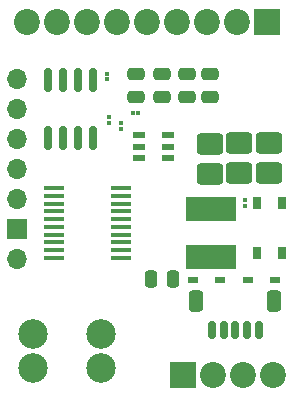
<source format=gbr>
%TF.GenerationSoftware,KiCad,Pcbnew,9.0.2*%
%TF.CreationDate,2025-11-22T11:56:31+01:00*%
%TF.ProjectId,KNeoPiX_v1.3,4b4e656f-5069-4585-9f76-312e332e6b69,1.3*%
%TF.SameCoordinates,Original*%
%TF.FileFunction,Soldermask,Top*%
%TF.FilePolarity,Negative*%
%FSLAX46Y46*%
G04 Gerber Fmt 4.6, Leading zero omitted, Abs format (unit mm)*
G04 Created by KiCad (PCBNEW 9.0.2) date 2025-11-22 11:56:31*
%MOMM*%
%LPD*%
G01*
G04 APERTURE LIST*
G04 Aperture macros list*
%AMRoundRect*
0 Rectangle with rounded corners*
0 $1 Rounding radius*
0 $2 $3 $4 $5 $6 $7 $8 $9 X,Y pos of 4 corners*
0 Add a 4 corners polygon primitive as box body*
4,1,4,$2,$3,$4,$5,$6,$7,$8,$9,$2,$3,0*
0 Add four circle primitives for the rounded corners*
1,1,$1+$1,$2,$3*
1,1,$1+$1,$4,$5*
1,1,$1+$1,$6,$7*
1,1,$1+$1,$8,$9*
0 Add four rect primitives between the rounded corners*
20,1,$1+$1,$2,$3,$4,$5,0*
20,1,$1+$1,$4,$5,$6,$7,0*
20,1,$1+$1,$6,$7,$8,$9,0*
20,1,$1+$1,$8,$9,$2,$3,0*%
G04 Aperture macros list end*
%ADD10RoundRect,0.075000X-0.125000X-0.075000X0.125000X-0.075000X0.125000X0.075000X-0.125000X0.075000X0*%
%ADD11RoundRect,0.075000X0.075000X-0.125000X0.075000X0.125000X-0.075000X0.125000X-0.075000X-0.125000X0*%
%ADD12RoundRect,0.075000X-0.075000X0.125000X-0.075000X-0.125000X0.075000X-0.125000X0.075000X0.125000X0*%
%ADD13RoundRect,0.150000X-0.150000X-0.625000X0.150000X-0.625000X0.150000X0.625000X-0.150000X0.625000X0*%
%ADD14RoundRect,0.250000X-0.350000X-0.650000X0.350000X-0.650000X0.350000X0.650000X-0.350000X0.650000X0*%
%ADD15R,0.830000X0.630000*%
%ADD16RoundRect,0.250000X0.475000X-0.250000X0.475000X0.250000X-0.475000X0.250000X-0.475000X-0.250000X0*%
%ADD17RoundRect,0.250000X-0.475000X0.250000X-0.475000X-0.250000X0.475000X-0.250000X0.475000X0.250000X0*%
%ADD18RoundRect,0.270000X-0.830000X0.630000X-0.830000X-0.630000X0.830000X-0.630000X0.830000X0.630000X0*%
%ADD19R,0.700000X1.050000*%
%ADD20O,1.740000X0.360000*%
%ADD21R,4.220000X2.120000*%
%ADD22C,1.875000*%
%ADD23R,2.200000X2.200000*%
%ADD24C,2.200000*%
%ADD25O,1.700000X1.700000*%
%ADD26R,1.700000X1.700000*%
%ADD27RoundRect,0.150000X0.150000X-0.825000X0.150000X0.825000X-0.150000X0.825000X-0.150000X-0.825000X0*%
%ADD28C,2.500000*%
%ADD29R,1.100000X0.550000*%
%ADD30RoundRect,0.250000X-0.250000X-0.475000X0.250000X-0.475000X0.250000X0.475000X-0.250000X0.475000X0*%
G04 APERTURE END LIST*
D10*
%TO.C,C1*%
X59440000Y-49420000D03*
X59940000Y-49420000D03*
%TD*%
D11*
%TO.C,C2*%
X58420000Y-50300000D03*
X58420000Y-50800000D03*
%TD*%
D12*
%TO.C,C3*%
X57404000Y-49792000D03*
X57404000Y-50292000D03*
%TD*%
D11*
%TO.C,C4*%
X57310000Y-46610000D03*
X57310000Y-46110000D03*
%TD*%
%TO.C,C5*%
X69000000Y-56810000D03*
X69000000Y-57310000D03*
%TD*%
D13*
%TO.C,J5*%
X66141400Y-67860000D03*
X67141400Y-67860000D03*
X68141400Y-67860000D03*
X69141400Y-67860000D03*
X70141400Y-67860000D03*
D14*
X64841400Y-65335000D03*
X71441400Y-65335000D03*
%TD*%
D15*
%TO.C,D1*%
X71470000Y-63590000D03*
X69190000Y-63590000D03*
%TD*%
%TO.C,D2*%
X64520000Y-63590000D03*
X66800000Y-63590000D03*
%TD*%
D16*
%TO.C,C10*%
X59740000Y-48060000D03*
X59740000Y-46160000D03*
%TD*%
D17*
%TO.C,C9*%
X61900000Y-46160000D03*
X61900000Y-48060000D03*
%TD*%
D16*
%TO.C,C6*%
X66010000Y-46160000D03*
X66010000Y-48060000D03*
%TD*%
D18*
%TO.C,U1*%
X70985800Y-54570014D03*
X70985800Y-52030014D03*
X68445800Y-54570014D03*
X68470846Y-52030014D03*
X65955800Y-54585800D03*
X65980846Y-52045800D03*
%TD*%
D19*
%TO.C,SW1*%
X72080000Y-57100000D03*
X72080000Y-61300000D03*
X69940000Y-57100000D03*
X69940000Y-61300000D03*
%TD*%
D20*
%TO.C,U2*%
X58490000Y-61690000D03*
X58490000Y-61040000D03*
X58490000Y-60390000D03*
X58490000Y-59740000D03*
X58490000Y-59080000D03*
X58490000Y-58430000D03*
X58490000Y-57780000D03*
X58490000Y-57130000D03*
X58490000Y-56480000D03*
X58490000Y-55830000D03*
X52750000Y-55830000D03*
X52750000Y-56480000D03*
X52750000Y-57130000D03*
X52750000Y-57780000D03*
X52750000Y-58430000D03*
X52750000Y-59080000D03*
X52750000Y-59740000D03*
X52750000Y-60390000D03*
X52750000Y-61040000D03*
X52750000Y-61690000D03*
%TD*%
D21*
%TO.C,L1*%
X66040000Y-61620000D03*
X66040000Y-57620000D03*
%TD*%
D16*
%TO.C,C7*%
X64010000Y-48060000D03*
X64010000Y-46160000D03*
%TD*%
D22*
%TO.C,H2*%
X56766400Y-68163400D03*
%TD*%
D23*
%TO.C,J4*%
X63681400Y-71593400D03*
D24*
X66221400Y-71593400D03*
X68761400Y-71593400D03*
X71301400Y-71593400D03*
%TD*%
D23*
%TO.C,J3*%
X70786400Y-41753400D03*
D24*
X68246400Y-41753400D03*
X65706400Y-41753400D03*
X63166400Y-41753400D03*
X60626400Y-41753400D03*
X58086400Y-41753400D03*
X55546400Y-41753400D03*
X53006400Y-41753400D03*
X50466400Y-41753400D03*
%TD*%
D25*
%TO.C,GN1*%
X49656400Y-61793400D03*
D26*
X49656400Y-59253400D03*
D25*
X49656400Y-56713400D03*
X49656400Y-54173400D03*
X49656400Y-51633400D03*
X49656400Y-49093400D03*
X49656400Y-46553400D03*
%TD*%
D27*
%TO.C,U3*%
X52311400Y-51568400D03*
X53581400Y-51568400D03*
X54851400Y-51568400D03*
X56121400Y-51568400D03*
X56121400Y-46618400D03*
X54851400Y-46618400D03*
X53581400Y-46618400D03*
X52311400Y-46618400D03*
%TD*%
D28*
%TO.C,J2*%
X56766400Y-71063400D03*
X51016400Y-71063400D03*
%TD*%
D22*
%TO.C,H1*%
X51016400Y-68163400D03*
%TD*%
D28*
%TO.C,J1*%
X56746400Y-68143400D03*
X50996400Y-68143400D03*
%TD*%
D29*
%TO.C,U5*%
X62410000Y-53250000D03*
X62410000Y-52300000D03*
X62410000Y-51350000D03*
X60010000Y-51350000D03*
X60010000Y-52300000D03*
X60010000Y-53250000D03*
%TD*%
D30*
%TO.C,C8*%
X61000000Y-63490000D03*
X62900000Y-63490000D03*
%TD*%
M02*

</source>
